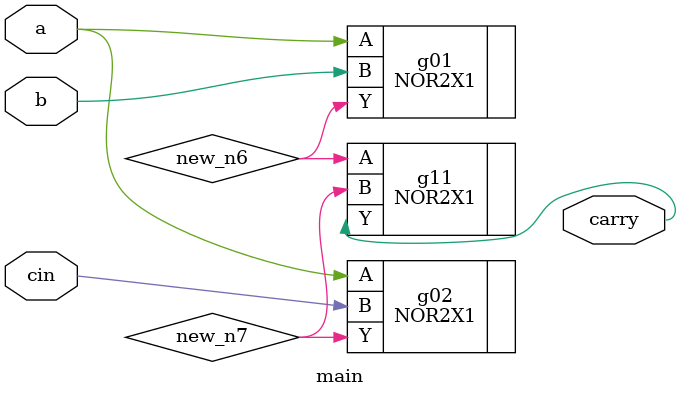
<source format=v>

module main ( 
    a, b, cin,
    carry  );
  input  a, b, cin;
  output carry;
  wire new_n6, new_n7;
  NOR2X1 g01(.A(a), .B(b), .Y(new_n6));
  NOR2X1 g02(.A(a), .B(cin), .Y(new_n7));
  NOR2X1 g11(.A(new_n6), .B(new_n7), .Y(carry));
endmodule



</source>
